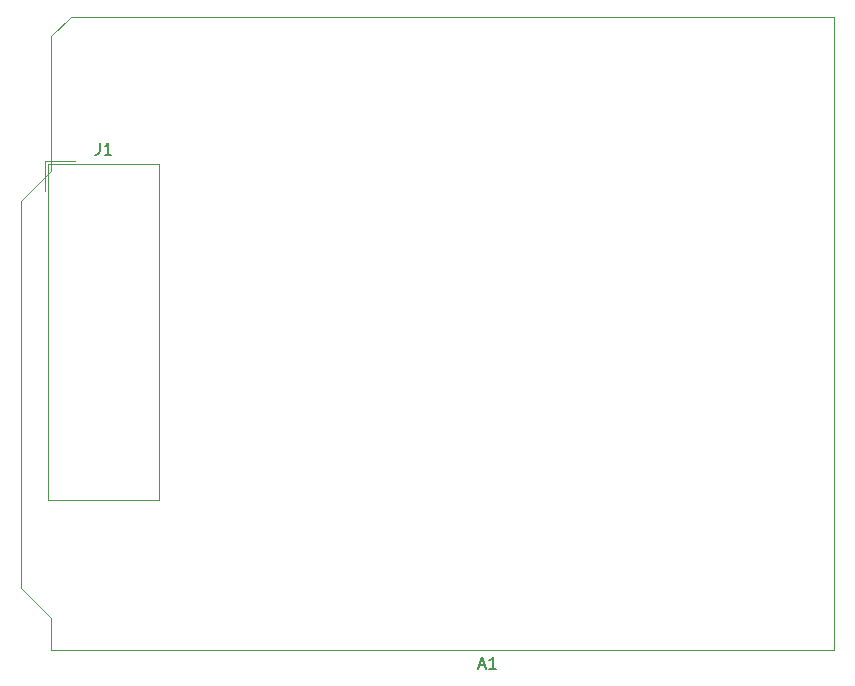
<source format=gbr>
%TF.GenerationSoftware,KiCad,Pcbnew,5.99.0+really5.1.10+dfsg1-1*%
%TF.CreationDate,2021-08-18T19:38:37+10:00*%
%TF.ProjectId,lcd,6c63642e-6b69-4636-9164-5f7063625858,rev?*%
%TF.SameCoordinates,Original*%
%TF.FileFunction,Legend,Top*%
%TF.FilePolarity,Positive*%
%FSLAX46Y46*%
G04 Gerber Fmt 4.6, Leading zero omitted, Abs format (unit mm)*
G04 Created by KiCad (PCBNEW 5.99.0+really5.1.10+dfsg1-1) date 2021-08-18 19:38:37*
%MOMM*%
%LPD*%
G01*
G04 APERTURE LIST*
%ADD10C,0.120000*%
%ADD11C,0.150000*%
G04 APERTURE END LIST*
D10*
%TO.C,A1*%
X70990000Y-48510000D02*
X70990000Y-81280000D01*
X70990000Y-81280000D02*
X73530000Y-83820000D01*
X73530000Y-83820000D02*
X73530000Y-86490000D01*
X73530000Y-86490000D02*
X139830000Y-86490000D01*
X139830000Y-86490000D02*
X139830000Y-83310000D01*
X139830000Y-83310000D02*
X139830000Y-74170000D01*
X139830000Y-74170000D02*
X139830000Y-54100000D01*
X139830000Y-54100000D02*
X139830000Y-42420000D01*
X139830000Y-42420000D02*
X139830000Y-32890000D01*
X139830000Y-32890000D02*
X75180000Y-32890000D01*
X75180000Y-32890000D02*
X73530000Y-34540000D01*
X73530000Y-34540000D02*
X73530000Y-45970000D01*
X73530000Y-45970000D02*
X70990000Y-48510000D01*
%TO.C,J1*%
X82645000Y-45350000D02*
X82645000Y-73830000D01*
X82645000Y-73830000D02*
X73295000Y-73830000D01*
X73295000Y-73830000D02*
X73295000Y-45350000D01*
X73295000Y-45350000D02*
X82645000Y-45350000D01*
X73045000Y-45100000D02*
X73045000Y-47640000D01*
X73045000Y-45100000D02*
X75585000Y-45100000D01*
%TO.C,A1*%
D11*
X109775714Y-87796666D02*
X110251904Y-87796666D01*
X109680476Y-88082380D02*
X110013809Y-87082380D01*
X110347142Y-88082380D01*
X111204285Y-88082380D02*
X110632857Y-88082380D01*
X110918571Y-88082380D02*
X110918571Y-87082380D01*
X110823333Y-87225238D01*
X110728095Y-87320476D01*
X110632857Y-87368095D01*
%TO.C,J1*%
X77636666Y-43548380D02*
X77636666Y-44262666D01*
X77589047Y-44405523D01*
X77493809Y-44500761D01*
X77350952Y-44548380D01*
X77255714Y-44548380D01*
X78636666Y-44548380D02*
X78065238Y-44548380D01*
X78350952Y-44548380D02*
X78350952Y-43548380D01*
X78255714Y-43691238D01*
X78160476Y-43786476D01*
X78065238Y-43834095D01*
%TD*%
M02*

</source>
